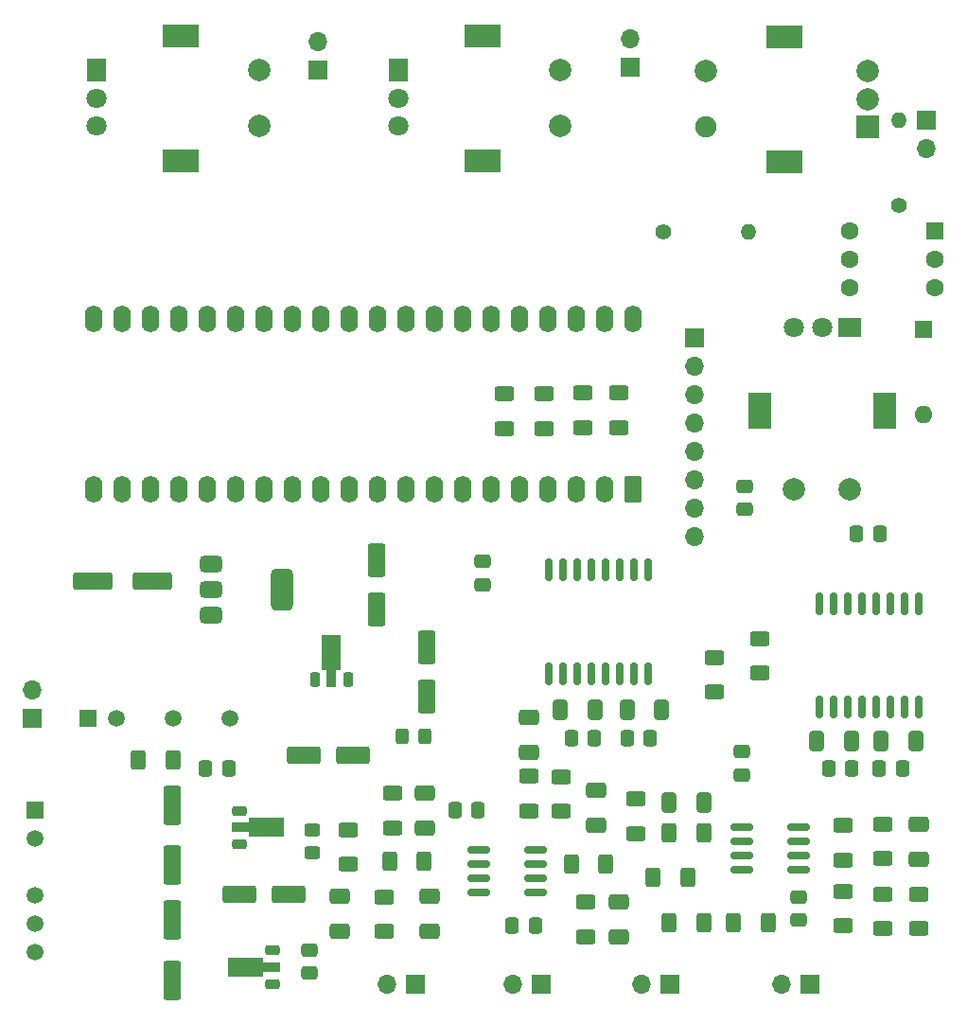
<source format=gbr>
%TF.GenerationSoftware,KiCad,Pcbnew,9.0.1*%
%TF.CreationDate,2025-05-12T14:22:17+02:00*%
%TF.ProjectId,PENDA2,50454e44-4132-42e6-9b69-6361645f7063,rev?*%
%TF.SameCoordinates,Original*%
%TF.FileFunction,Soldermask,Bot*%
%TF.FilePolarity,Negative*%
%FSLAX46Y46*%
G04 Gerber Fmt 4.6, Leading zero omitted, Abs format (unit mm)*
G04 Created by KiCad (PCBNEW 9.0.1) date 2025-05-12 14:22:17*
%MOMM*%
%LPD*%
G01*
G04 APERTURE LIST*
G04 Aperture macros list*
%AMRoundRect*
0 Rectangle with rounded corners*
0 $1 Rounding radius*
0 $2 $3 $4 $5 $6 $7 $8 $9 X,Y pos of 4 corners*
0 Add a 4 corners polygon primitive as box body*
4,1,4,$2,$3,$4,$5,$6,$7,$8,$9,$2,$3,0*
0 Add four circle primitives for the rounded corners*
1,1,$1+$1,$2,$3*
1,1,$1+$1,$4,$5*
1,1,$1+$1,$6,$7*
1,1,$1+$1,$8,$9*
0 Add four rect primitives between the rounded corners*
20,1,$1+$1,$2,$3,$4,$5,0*
20,1,$1+$1,$4,$5,$6,$7,0*
20,1,$1+$1,$6,$7,$8,$9,0*
20,1,$1+$1,$8,$9,$2,$3,0*%
%AMFreePoly0*
4,1,9,3.862500,-0.866500,0.737500,-0.866500,0.737500,-0.450000,-0.737500,-0.450000,-0.737500,0.450000,0.737500,0.450000,0.737500,0.866500,3.862500,0.866500,3.862500,-0.866500,3.862500,-0.866500,$1*%
G04 Aperture macros list end*
%ADD10R,2.000000X2.000000*%
%ADD11C,2.000000*%
%ADD12R,3.200000X2.000000*%
%ADD13C,1.900000*%
%ADD14C,1.400000*%
%ADD15O,1.400000X1.400000*%
%ADD16R,1.700000X1.700000*%
%ADD17O,1.700000X1.700000*%
%ADD18R,1.800000X2.000000*%
%ADD19C,1.800000*%
%ADD20R,2.000000X1.800000*%
%ADD21R,2.000000X3.200000*%
%ADD22RoundRect,0.225000X0.425000X0.225000X-0.425000X0.225000X-0.425000X-0.225000X0.425000X-0.225000X0*%
%ADD23FreePoly0,180.000000*%
%ADD24RoundRect,0.225000X-0.425000X-0.225000X0.425000X-0.225000X0.425000X0.225000X-0.425000X0.225000X0*%
%ADD25FreePoly0,0.000000*%
%ADD26RoundRect,0.375000X-0.625000X-0.375000X0.625000X-0.375000X0.625000X0.375000X-0.625000X0.375000X0*%
%ADD27RoundRect,0.500000X-0.500000X-1.400000X0.500000X-1.400000X0.500000X1.400000X-0.500000X1.400000X0*%
%ADD28RoundRect,0.250000X0.625000X-0.400000X0.625000X0.400000X-0.625000X0.400000X-0.625000X-0.400000X0*%
%ADD29RoundRect,0.250000X1.250000X0.550000X-1.250000X0.550000X-1.250000X-0.550000X1.250000X-0.550000X0*%
%ADD30RoundRect,0.250000X0.400000X0.625000X-0.400000X0.625000X-0.400000X-0.625000X0.400000X-0.625000X0*%
%ADD31RoundRect,0.250000X-0.625000X0.400000X-0.625000X-0.400000X0.625000X-0.400000X0.625000X0.400000X0*%
%ADD32RoundRect,0.250000X0.475000X-0.337500X0.475000X0.337500X-0.475000X0.337500X-0.475000X-0.337500X0*%
%ADD33RoundRect,0.250000X-0.400000X-0.625000X0.400000X-0.625000X0.400000X0.625000X-0.400000X0.625000X0*%
%ADD34RoundRect,0.250000X-0.337500X-0.475000X0.337500X-0.475000X0.337500X0.475000X-0.337500X0.475000X0*%
%ADD35RoundRect,0.250000X-0.650000X0.412500X-0.650000X-0.412500X0.650000X-0.412500X0.650000X0.412500X0*%
%ADD36RoundRect,0.250000X-0.412500X-0.650000X0.412500X-0.650000X0.412500X0.650000X-0.412500X0.650000X0*%
%ADD37RoundRect,0.250000X0.650000X-0.412500X0.650000X0.412500X-0.650000X0.412500X-0.650000X-0.412500X0*%
%ADD38RoundRect,0.225000X0.225000X-0.425000X0.225000X0.425000X-0.225000X0.425000X-0.225000X-0.425000X0*%
%ADD39FreePoly0,90.000000*%
%ADD40RoundRect,0.250000X0.412500X0.650000X-0.412500X0.650000X-0.412500X-0.650000X0.412500X-0.650000X0*%
%ADD41RoundRect,0.250000X0.550000X-0.950000X0.550000X0.950000X-0.550000X0.950000X-0.550000X-0.950000X0*%
%ADD42O,1.600000X2.400000*%
%ADD43RoundRect,0.250000X0.550000X-1.500000X0.550000X1.500000X-0.550000X1.500000X-0.550000X-1.500000X0*%
%ADD44RoundRect,0.250000X-0.325000X-0.450000X0.325000X-0.450000X0.325000X0.450000X-0.325000X0.450000X0*%
%ADD45RoundRect,0.250000X-0.550000X1.250000X-0.550000X-1.250000X0.550000X-1.250000X0.550000X1.250000X0*%
%ADD46R,1.600000X1.600000*%
%ADD47O,1.600000X1.600000*%
%ADD48RoundRect,0.250000X0.337500X0.475000X-0.337500X0.475000X-0.337500X-0.475000X0.337500X-0.475000X0*%
%ADD49R,1.500000X1.500000*%
%ADD50C,1.500000*%
%ADD51RoundRect,0.162500X0.825000X0.162500X-0.825000X0.162500X-0.825000X-0.162500X0.825000X-0.162500X0*%
%ADD52RoundRect,0.162500X-0.825000X-0.162500X0.825000X-0.162500X0.825000X0.162500X-0.825000X0.162500X0*%
%ADD53RoundRect,0.250000X-0.475000X0.337500X-0.475000X-0.337500X0.475000X-0.337500X0.475000X0.337500X0*%
%ADD54RoundRect,0.150000X-0.150000X0.875000X-0.150000X-0.875000X0.150000X-0.875000X0.150000X0.875000X0*%
%ADD55RoundRect,0.250000X1.500000X0.550000X-1.500000X0.550000X-1.500000X-0.550000X1.500000X-0.550000X0*%
%ADD56RoundRect,0.250000X0.550000X0.550000X-0.550000X0.550000X-0.550000X-0.550000X0.550000X-0.550000X0*%
%ADD57C,1.600000*%
%ADD58RoundRect,0.250000X0.550000X-1.250000X0.550000X1.250000X-0.550000X1.250000X-0.550000X-1.250000X0*%
%ADD59RoundRect,0.250000X0.450000X-0.325000X0.450000X0.325000X-0.450000X0.325000X-0.450000X-0.325000X0*%
G04 APERTURE END LIST*
D10*
%TO.C,SW3*%
X116500000Y-45100000D03*
D11*
X116500000Y-40100000D03*
X116500000Y-42600000D03*
D12*
X109000000Y-48200000D03*
X109000000Y-37000000D03*
D11*
X102000000Y-40100000D03*
D13*
X102000000Y-45100000D03*
%TD*%
D14*
%TO.C,R26*%
X119250000Y-52060000D03*
D15*
X119250000Y-44440000D03*
%TD*%
D16*
%TO.C,U6*%
X100975000Y-63960000D03*
D17*
X100975000Y-66500000D03*
X100975000Y-69040000D03*
X100975000Y-71580000D03*
X100975000Y-74120000D03*
X100975000Y-76660000D03*
X100975000Y-79200000D03*
X100975000Y-81740000D03*
%TD*%
D18*
%TO.C,SW2*%
X74500000Y-40000000D03*
D19*
X74500000Y-45000000D03*
X74500000Y-42500000D03*
D12*
X82000000Y-36900000D03*
X82000000Y-48100000D03*
D11*
X89000000Y-45000000D03*
X89000000Y-40000000D03*
%TD*%
D18*
%TO.C,SW4*%
X47500000Y-40000000D03*
D19*
X47500000Y-45000000D03*
X47500000Y-42500000D03*
D12*
X55000000Y-36900000D03*
X55000000Y-48100000D03*
D11*
X62000000Y-45000000D03*
X62000000Y-40000000D03*
%TD*%
D20*
%TO.C,SW1*%
X114900000Y-63000000D03*
D19*
X109900000Y-63000000D03*
X112400000Y-63000000D03*
D21*
X118000000Y-70500000D03*
X106800000Y-70500000D03*
D11*
X109900000Y-77500000D03*
X114900000Y-77500000D03*
%TD*%
D22*
%TO.C,U9*%
X63200000Y-118750000D03*
D23*
X63112500Y-120250000D03*
D22*
X63200000Y-121750000D03*
%TD*%
D24*
%TO.C,U10*%
X60250000Y-109250000D03*
D25*
X60337500Y-107750000D03*
D24*
X60250000Y-106250000D03*
%TD*%
D26*
%TO.C,U11*%
X57750000Y-88750000D03*
X57750000Y-86450000D03*
D27*
X64050000Y-86450000D03*
D26*
X57750000Y-84150000D03*
%TD*%
D28*
%TO.C,R20*%
X102750000Y-95650000D03*
X102750000Y-92550000D03*
%TD*%
D29*
%TO.C,C17*%
X64700000Y-113750000D03*
X60300000Y-113750000D03*
%TD*%
D30*
%TO.C,R17*%
X101800000Y-108250000D03*
X98700000Y-108250000D03*
%TD*%
D31*
%TO.C,R11*%
X114300000Y-113450000D03*
X114300000Y-116550000D03*
%TD*%
%TO.C,R10*%
X114300000Y-107550000D03*
X114300000Y-110650000D03*
%TD*%
D32*
%TO.C,C12*%
X82000000Y-86037500D03*
X82000000Y-83962500D03*
%TD*%
%TO.C,C24*%
X110325000Y-116037500D03*
X110325000Y-113962500D03*
%TD*%
D33*
%TO.C,R18*%
X104450000Y-116250000D03*
X107550000Y-116250000D03*
%TD*%
D31*
%TO.C,R23*%
X87500000Y-68950000D03*
X87500000Y-72050000D03*
%TD*%
%TO.C,R21*%
X94250000Y-68900000D03*
X94250000Y-72000000D03*
%TD*%
D34*
%TO.C,C15*%
X94962500Y-99750000D03*
X97037500Y-99750000D03*
%TD*%
D35*
%TO.C,C5*%
X86150000Y-97937500D03*
X86150000Y-101062500D03*
%TD*%
D36*
%TO.C,C30*%
X117687500Y-100000000D03*
X120812500Y-100000000D03*
%TD*%
D37*
%TO.C,C6*%
X92200000Y-107562500D03*
X92200000Y-104437500D03*
%TD*%
D38*
%TO.C,U8*%
X70000000Y-94500000D03*
D39*
X68500000Y-94412500D03*
D38*
X67000000Y-94500000D03*
%TD*%
D28*
%TO.C,R13*%
X121075000Y-116800000D03*
X121075000Y-113700000D03*
%TD*%
D37*
%TO.C,C7*%
X121075000Y-110562500D03*
X121075000Y-107437500D03*
%TD*%
D16*
%TO.C,J8*%
X41750000Y-98000000D03*
D17*
X41750000Y-95460000D03*
%TD*%
D33*
%TO.C,R5*%
X89950000Y-111000000D03*
X93050000Y-111000000D03*
%TD*%
D40*
%TO.C,C29*%
X115062500Y-100000000D03*
X111937500Y-100000000D03*
%TD*%
D14*
%TO.C,R25*%
X98190000Y-54500000D03*
D15*
X105810000Y-54500000D03*
%TD*%
D41*
%TO.C,U3*%
X95510000Y-77500000D03*
D42*
X92970000Y-77500000D03*
X90430000Y-77500000D03*
X87890000Y-77500000D03*
X85350000Y-77500000D03*
X82810000Y-77500000D03*
X80270000Y-77500000D03*
X77730000Y-77500000D03*
X75190000Y-77500000D03*
X72650000Y-77500000D03*
X70110000Y-77500000D03*
X67570000Y-77500000D03*
X65030000Y-77500000D03*
X62490000Y-77500000D03*
X59950000Y-77500000D03*
X57410000Y-77500000D03*
X54870000Y-77500000D03*
X52330000Y-77500000D03*
X49790000Y-77500000D03*
X47250000Y-77500000D03*
X47250000Y-62260000D03*
X49790000Y-62260000D03*
X52330000Y-62260000D03*
X54870000Y-62260000D03*
X57410000Y-62260000D03*
X59950000Y-62260000D03*
X62490000Y-62260000D03*
X65030000Y-62260000D03*
X67570000Y-62260000D03*
X70110000Y-62260000D03*
X72650000Y-62260000D03*
X75190000Y-62260000D03*
X77730000Y-62260000D03*
X80270000Y-62260000D03*
X82810000Y-62260000D03*
X85350000Y-62260000D03*
X87890000Y-62260000D03*
X90430000Y-62260000D03*
X92970000Y-62260000D03*
X95510000Y-62260000D03*
%TD*%
D31*
%TO.C,R8*%
X89050000Y-103200000D03*
X89050000Y-106300000D03*
%TD*%
D35*
%TO.C,C4*%
X94250000Y-114437500D03*
X94250000Y-117562500D03*
%TD*%
D31*
%TO.C,R22*%
X91000000Y-68900000D03*
X91000000Y-72000000D03*
%TD*%
D43*
%TO.C,C19*%
X54250000Y-111150000D03*
X54250000Y-105750000D03*
%TD*%
D16*
%TO.C,J2*%
X87290000Y-121750000D03*
D17*
X84750000Y-121750000D03*
%TD*%
D31*
%TO.C,R12*%
X117825000Y-107450000D03*
X117825000Y-110550000D03*
%TD*%
%TO.C,R19*%
X106800000Y-90850000D03*
X106800000Y-93950000D03*
%TD*%
D44*
%TO.C,FB4*%
X74825000Y-99600000D03*
X76875000Y-99600000D03*
%TD*%
D29*
%TO.C,C20*%
X70450000Y-101250000D03*
X66050000Y-101250000D03*
%TD*%
D45*
%TO.C,C26*%
X72500000Y-83850000D03*
X72500000Y-88250000D03*
%TD*%
D46*
%TO.C,D1*%
X121500000Y-63190000D03*
D47*
X121500000Y-70810000D03*
%TD*%
D16*
%TO.C,J6*%
X95250000Y-39775000D03*
D17*
X95250000Y-37235000D03*
%TD*%
D30*
%TO.C,R4*%
X76800000Y-110750000D03*
X73700000Y-110750000D03*
%TD*%
D37*
%TO.C,C1*%
X69250000Y-117062500D03*
X69250000Y-113937500D03*
%TD*%
D28*
%TO.C,R3*%
X74000000Y-107800000D03*
X74000000Y-104700000D03*
%TD*%
D48*
%TO.C,C10*%
X115075000Y-102500000D03*
X113000000Y-102500000D03*
%TD*%
D36*
%TO.C,C8*%
X98687500Y-105500000D03*
X101812500Y-105500000D03*
%TD*%
D49*
%TO.C,PS2*%
X46710000Y-98000000D03*
D50*
X49250000Y-98000000D03*
X54330000Y-98000000D03*
X59410000Y-98000000D03*
%TD*%
D51*
%TO.C,U5*%
X110325000Y-107690000D03*
X110325000Y-108960000D03*
X110325000Y-110230000D03*
X110325000Y-111500000D03*
X105250000Y-111500000D03*
X105250000Y-110230000D03*
X105250000Y-108960000D03*
X105250000Y-107690000D03*
%TD*%
D32*
%TO.C,C27*%
X105500000Y-79287500D03*
X105500000Y-77212500D03*
%TD*%
D52*
%TO.C,U1*%
X81675000Y-113560000D03*
X81675000Y-112290000D03*
X81675000Y-111020000D03*
X81675000Y-109750000D03*
X86750000Y-109750000D03*
X86750000Y-111020000D03*
X86750000Y-112290000D03*
X86750000Y-113560000D03*
%TD*%
D28*
%TO.C,R7*%
X91250000Y-117550000D03*
X91250000Y-114450000D03*
%TD*%
D33*
%TO.C,R9*%
X98700000Y-116250000D03*
X101800000Y-116250000D03*
%TD*%
D53*
%TO.C,C18*%
X66500000Y-118712500D03*
X66500000Y-120787500D03*
%TD*%
D34*
%TO.C,C11*%
X117500000Y-102500000D03*
X119575000Y-102500000D03*
%TD*%
D35*
%TO.C,C2*%
X76850000Y-104687500D03*
X76850000Y-107812500D03*
%TD*%
D31*
%TO.C,R24*%
X84000000Y-68950000D03*
X84000000Y-72050000D03*
%TD*%
%TO.C,R14*%
X117825000Y-113700000D03*
X117825000Y-116800000D03*
%TD*%
D16*
%TO.C,J3*%
X111275000Y-121750000D03*
D17*
X108735000Y-121750000D03*
%TD*%
D54*
%TO.C,U4*%
X112170000Y-87700000D03*
X113440000Y-87700000D03*
X114710000Y-87700000D03*
X115980000Y-87700000D03*
X117250000Y-87700000D03*
X118520000Y-87700000D03*
X119790000Y-87700000D03*
X121060000Y-87700000D03*
X121060000Y-97000000D03*
X119790000Y-97000000D03*
X118520000Y-97000000D03*
X117250000Y-97000000D03*
X115980000Y-97000000D03*
X114710000Y-97000000D03*
X113440000Y-97000000D03*
X112170000Y-97000000D03*
%TD*%
D40*
%TO.C,C31*%
X92062500Y-97250000D03*
X88937500Y-97250000D03*
%TD*%
D36*
%TO.C,C32*%
X94937500Y-97250000D03*
X98062500Y-97250000D03*
%TD*%
D32*
%TO.C,C22*%
X105250000Y-103037500D03*
X105250000Y-100962500D03*
%TD*%
D35*
%TO.C,C3*%
X77250000Y-113937500D03*
X77250000Y-117062500D03*
%TD*%
D30*
%TO.C,R15*%
X100350000Y-112250000D03*
X97250000Y-112250000D03*
%TD*%
D55*
%TO.C,C28*%
X52500000Y-85750000D03*
X47100000Y-85750000D03*
%TD*%
D56*
%TO.C,U7*%
X122500000Y-54420000D03*
D57*
X122500000Y-56960000D03*
X122500000Y-59500000D03*
X114880000Y-59500000D03*
X114880000Y-56960000D03*
X114880000Y-54420000D03*
%TD*%
D16*
%TO.C,J1*%
X76025000Y-121750000D03*
D17*
X73485000Y-121750000D03*
%TD*%
D31*
%TO.C,R1*%
X70000000Y-107950000D03*
X70000000Y-111050000D03*
%TD*%
D33*
%TO.C,R27*%
X51200000Y-101750000D03*
X54300000Y-101750000D03*
%TD*%
D28*
%TO.C,R2*%
X73250000Y-117050000D03*
X73250000Y-113950000D03*
%TD*%
D48*
%TO.C,C25*%
X81637500Y-106200000D03*
X79562500Y-106200000D03*
%TD*%
D31*
%TO.C,R16*%
X95750000Y-105200000D03*
X95750000Y-108300000D03*
%TD*%
D34*
%TO.C,C21*%
X57212500Y-102500000D03*
X59287500Y-102500000D03*
%TD*%
D54*
%TO.C,U2*%
X87920000Y-84700000D03*
X89190000Y-84700000D03*
X90460000Y-84700000D03*
X91730000Y-84700000D03*
X93000000Y-84700000D03*
X94270000Y-84700000D03*
X95540000Y-84700000D03*
X96810000Y-84700000D03*
X96810000Y-94000000D03*
X95540000Y-94000000D03*
X94270000Y-94000000D03*
X93000000Y-94000000D03*
X91730000Y-94000000D03*
X90460000Y-94000000D03*
X89190000Y-94000000D03*
X87920000Y-94000000D03*
%TD*%
D58*
%TO.C,C13*%
X77000000Y-96000000D03*
X77000000Y-91600000D03*
%TD*%
D31*
%TO.C,R6*%
X86150000Y-103150000D03*
X86150000Y-106250000D03*
%TD*%
D48*
%TO.C,C14*%
X92037500Y-99750000D03*
X89962500Y-99750000D03*
%TD*%
D16*
%TO.C,J7*%
X121750000Y-44475000D03*
D17*
X121750000Y-47015000D03*
%TD*%
D49*
%TO.C,PS1*%
X41987500Y-106187500D03*
D50*
X41987500Y-108727500D03*
X41987500Y-113807500D03*
X41987500Y-116347500D03*
X41987500Y-118887500D03*
%TD*%
D59*
%TO.C,FB3*%
X66750000Y-110000000D03*
X66750000Y-107950000D03*
%TD*%
D16*
%TO.C,J4*%
X98775000Y-121750000D03*
D17*
X96235000Y-121750000D03*
%TD*%
D48*
%TO.C,C23*%
X86750000Y-116500000D03*
X84675000Y-116500000D03*
%TD*%
D34*
%TO.C,C9*%
X115462500Y-81500000D03*
X117537500Y-81500000D03*
%TD*%
D43*
%TO.C,C16*%
X54250000Y-121400000D03*
X54250000Y-116000000D03*
%TD*%
D16*
%TO.C,J5*%
X67250000Y-40025000D03*
D17*
X67250000Y-37485000D03*
%TD*%
M02*

</source>
